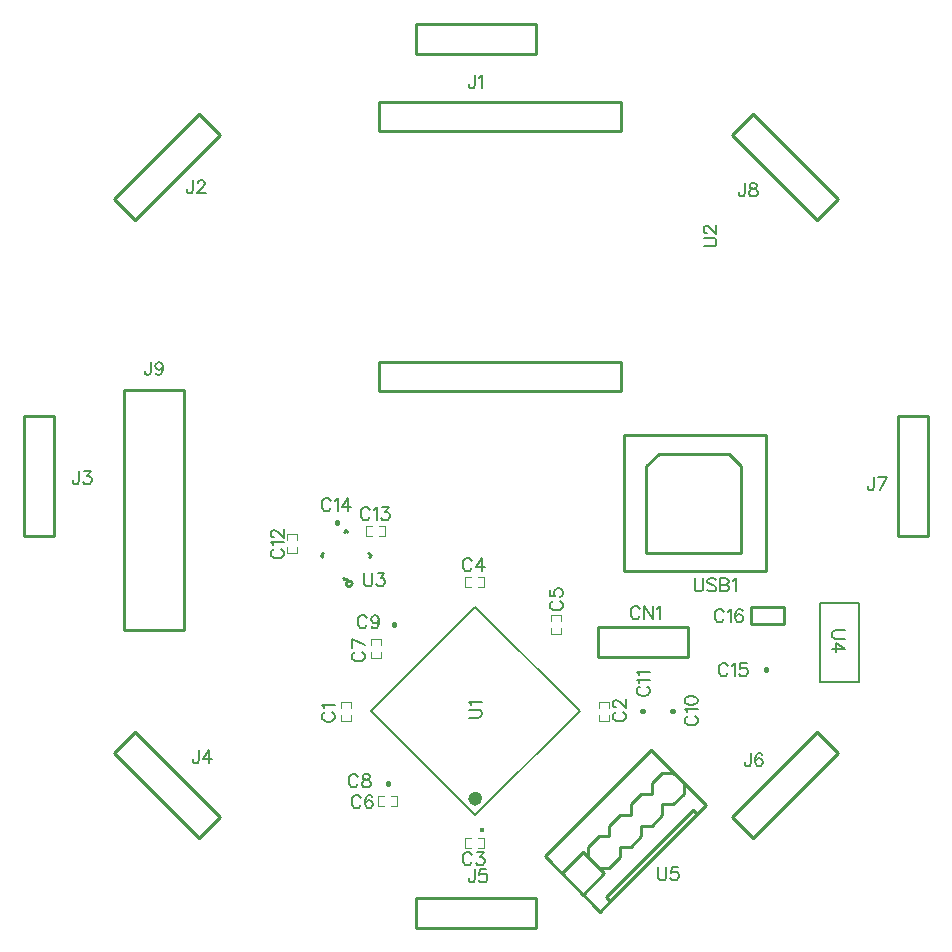
<source format=gto>
G04 ---------------------------- Layer name :TOP SILK LAYER*
G04 easyEDA 0.1*
G04 Scale: 100 percent, Rotated: No, Reflected: No *
G04 Dimensions in inches *
G04 leading zeros omitted , absolute positions ,2 integer and 4 * 
%FSLAX24Y24*%
%MOIN*%
G90*
G70D02*

%ADD10C,0.010000*%
%ADD11C,0.004000*%
%ADD12C,0.016000*%
%ADD13C,0.007900*%
%ADD14C,0.009000*%
%ADD15C,0.023600*%
%ADD16C,0.009800*%
%ADD17C,0.007000*%

%LPD*%
G54D10*
G01X-587850Y681684D02*
G01X-587765Y681600D01*
G01X-587822Y681543D01*
G01X-588543Y682377D02*
G01X-588600Y682434D01*
G01X-588656Y682377D01*
G01X-589349Y681684D02*
G01X-589434Y681600D01*
G01X-589377Y681543D01*
G01X-588685Y680850D02*
G01X-588656Y680822D01*
G01X-588543Y680822D01*
G01X-580522Y671530D02*
G01X-580522Y671884D01*
G01X-580169Y672237D01*
G01X-579815Y672237D01*
G01X-579815Y672591D01*
G01X-579462Y672944D01*
G01X-579108Y672944D01*
G01X-579108Y673298D01*
G01X-578755Y673652D01*
G01X-578401Y673652D01*
G01X-578401Y674005D01*
G01X-578047Y674359D01*
G01X-577694Y674359D01*
G01X-577340Y674005D01*
G01X-577340Y673652D01*
G01X-577694Y673298D01*
G01X-578047Y673298D01*
G01X-578047Y672944D01*
G01X-578401Y672591D01*
G01X-578755Y672591D01*
G01X-578755Y672237D01*
G01X-579108Y671884D01*
G01X-579462Y671884D01*
G01X-579462Y671530D01*
G01X-579815Y671177D01*
G01X-580169Y671177D01*
G01X-581406Y671000D02*
G01X-580699Y670293D01*
G01X-579992Y671000D01*
G01X-580699Y671707D01*
G01X-581406Y671000D01*
G01X-580133Y669727D02*
G01X-579780Y670081D01*
G01X-576881Y672980D01*
G01X-576598Y673263D01*
G01X-578436Y675101D01*
G01X-581972Y671566D01*
G01X-580133Y669727D01*
G01X-579780Y670081D02*
G01X-579921Y670222D01*
G01X-577022Y673121D01*
G01X-576881Y672980D01*
G01X-580200Y678200D02*
G01X-580200Y679200D01*
G01X-577200Y679200D01*
G01X-577200Y678200D01*
G01X-580200Y678200D01*
G01X-579430Y688060D02*
G01X-579430Y687080D01*
G01X-579430Y687080D02*
G01X-587500Y687080D01*
G01X-587500Y687080D02*
G01X-587500Y688060D01*
G01X-579430Y688060D02*
G01X-587500Y688060D01*
G01X-579430Y695740D02*
G01X-579430Y696720D01*
G01X-579430Y696720D02*
G01X-587500Y696720D01*
G01X-587500Y696720D02*
G01X-587500Y695740D01*
G01X-579430Y695740D02*
G01X-587500Y695740D01*
G54D11*
G01X-590570Y681890D02*
G01X-590570Y681680D01*
G01X-590230Y681680D01*
G01X-590230Y681890D01*
G01X-590230Y681890D01*
G01X-590230Y682110D02*
G01X-590230Y682320D01*
G01X-590570Y682320D01*
G01X-590570Y682110D01*
G01X-590570Y682110D01*
G01X-587710Y682570D02*
G01X-587920Y682570D01*
G01X-587920Y682230D01*
G01X-587710Y682230D01*
G01X-587710Y682230D01*
G01X-587490Y682230D02*
G01X-587280Y682230D01*
G01X-587280Y682570D01*
G01X-587490Y682570D01*
G01X-587490Y682570D01*
G54D12*
G01X-588900Y682710D02*
G01X-588900Y682690D01*
G54D13*
G01X-572781Y677374D02*
G01X-572781Y680012D01*
G01X-571502Y680012D01*
G01X-571502Y677374D01*
G01X-572781Y677374D01*
G54D12*
G01X-574600Y677810D02*
G01X-574600Y677790D01*
G54D14*
G01X-575095Y679875D02*
G01X-573992Y679875D01*
G01X-573992Y679324D01*
G01X-575095Y679324D01*
G01X-575095Y679875D01*
G54D11*
G01X-588430Y676510D02*
G01X-588430Y676720D01*
G01X-588770Y676720D01*
G01X-588770Y676510D01*
G01X-588770Y676510D01*
G01X-588770Y676290D02*
G01X-588770Y676080D01*
G01X-588430Y676080D01*
G01X-588430Y676290D01*
G01X-588430Y676290D01*
G01X-579830Y676510D02*
G01X-579830Y676720D01*
G01X-580170Y676720D01*
G01X-580170Y676510D01*
G01X-580170Y676510D01*
G01X-580170Y676290D02*
G01X-580170Y676080D01*
G01X-579830Y676080D01*
G01X-579830Y676290D01*
G01X-579830Y676290D01*
G01X-584410Y672170D02*
G01X-584620Y672170D01*
G01X-584620Y671830D01*
G01X-584410Y671830D01*
G01X-584410Y671830D01*
G01X-584190Y671830D02*
G01X-583980Y671830D01*
G01X-583980Y672170D01*
G01X-584190Y672170D01*
G01X-584190Y672170D01*
G01X-584190Y680530D02*
G01X-583980Y680530D01*
G01X-583980Y680870D01*
G01X-584190Y680870D01*
G01X-584190Y680870D01*
G01X-584410Y680870D02*
G01X-584620Y680870D01*
G01X-584620Y680530D01*
G01X-584410Y680530D01*
G01X-584410Y680530D01*
G01X-581430Y679410D02*
G01X-581430Y679620D01*
G01X-581770Y679620D01*
G01X-581770Y679410D01*
G01X-581770Y679410D01*
G01X-581770Y679190D02*
G01X-581770Y678980D01*
G01X-581430Y678980D01*
G01X-581430Y679190D01*
G01X-581430Y679190D01*
G01X-587310Y673570D02*
G01X-587520Y673570D01*
G01X-587520Y673230D01*
G01X-587310Y673230D01*
G01X-587310Y673230D01*
G01X-587090Y673230D02*
G01X-586880Y673230D01*
G01X-586880Y673570D01*
G01X-587090Y673570D01*
G01X-587090Y673570D01*
G01X-587770Y678390D02*
G01X-587770Y678180D01*
G01X-587430Y678180D01*
G01X-587430Y678390D01*
G01X-587430Y678390D01*
G01X-587430Y678610D02*
G01X-587430Y678820D01*
G01X-587770Y678820D01*
G01X-587770Y678610D01*
G01X-587770Y678610D01*
G54D12*
G01X-587200Y673990D02*
G01X-587200Y674010D01*
G01X-587000Y679310D02*
G01X-587000Y679290D01*
G01X-577710Y676400D02*
G01X-577690Y676400D01*
G01X-578710Y676400D02*
G01X-578690Y676400D01*
G54D10*
G01X-596000Y687099D02*
G01X-594000Y687099D01*
G01X-594000Y679099D01*
G01X-596000Y679099D01*
G01X-596000Y687099D01*
G54D13*
G01X-587768Y676414D02*
G01X-584287Y679894D01*
G01X-580807Y676414D01*
G01X-584287Y672933D01*
G01X-584287Y672933D02*
G01X-587768Y676414D01*
G54D10*
G01X-578590Y681685D02*
G01X-578590Y684575D01*
G01X-578170Y684995D01*
G01X-575820Y684995D01*
G01X-575410Y684585D01*
G01X-575410Y681685D01*
G01X-578590Y681685D01*
G01X-579340Y681085D02*
G01X-574599Y681085D01*
G01X-574599Y685607D01*
G01X-579340Y685607D01*
G01X-579340Y681085D01*
G01X-586252Y698319D02*
G01X-586252Y699319D01*
G01X-582252Y699319D01*
G01X-582252Y698319D01*
G01X-586252Y698319D01*
G01X-595612Y692782D02*
G01X-596319Y693490D01*
G01X-593490Y696318D01*
G01X-592783Y695611D01*
G01X-595612Y692782D01*
G01X-598319Y682252D02*
G01X-599319Y682252D01*
G01X-599319Y686252D01*
G01X-598319Y686252D01*
G01X-598319Y682252D01*
G01X-592782Y672892D02*
G01X-593490Y672184D01*
G01X-596318Y675013D01*
G01X-595611Y675720D01*
G01X-592782Y672892D01*
G01X-582252Y670185D02*
G01X-582252Y669185D01*
G01X-586252Y669185D01*
G01X-586252Y670185D01*
G01X-582252Y670185D01*
G01X-572891Y675720D02*
G01X-572184Y675013D01*
G01X-575013Y672185D01*
G01X-575720Y672892D01*
G01X-572891Y675720D01*
G01X-570185Y686252D02*
G01X-569185Y686252D01*
G01X-569185Y682252D01*
G01X-570185Y682252D01*
G01X-570185Y686252D01*
G01X-575721Y695612D02*
G01X-575014Y696319D01*
G01X-572185Y693490D01*
G01X-572892Y692783D01*
G01X-575721Y695612D01*
G54D17*
G01X-588000Y680999D02*
G01X-588000Y680693D01*
G01X-587980Y680631D01*
G01X-587939Y680590D01*
G01X-587877Y680570D01*
G01X-587836Y680570D01*
G01X-587775Y680590D01*
G01X-587734Y680631D01*
G01X-587714Y680693D01*
G01X-587714Y680999D01*
G01X-587538Y680999D02*
G01X-587313Y680999D01*
G01X-587435Y680836D01*
G01X-587374Y680836D01*
G01X-587333Y680815D01*
G01X-587313Y680795D01*
G01X-587292Y680734D01*
G01X-587292Y680693D01*
G01X-587313Y680631D01*
G01X-587354Y680590D01*
G01X-587415Y680570D01*
G01X-587476Y680570D01*
G01X-587538Y680590D01*
G01X-587558Y680611D01*
G01X-587579Y680652D01*
G01X-578199Y671200D02*
G01X-578199Y670894D01*
G01X-578179Y670832D01*
G01X-578138Y670791D01*
G01X-578076Y670771D01*
G01X-578035Y670771D01*
G01X-577974Y670791D01*
G01X-577933Y670832D01*
G01X-577913Y670894D01*
G01X-577913Y671200D01*
G01X-577532Y671200D02*
G01X-577737Y671200D01*
G01X-577757Y671016D01*
G01X-577737Y671037D01*
G01X-577675Y671057D01*
G01X-577614Y671057D01*
G01X-577553Y671037D01*
G01X-577512Y670996D01*
G01X-577491Y670935D01*
G01X-577491Y670894D01*
G01X-577512Y670832D01*
G01X-577553Y670791D01*
G01X-577614Y670771D01*
G01X-577675Y670771D01*
G01X-577737Y670791D01*
G01X-577757Y670812D01*
G01X-577778Y670853D01*
G01X-578793Y679798D02*
G01X-578814Y679839D01*
G01X-578855Y679880D01*
G01X-578895Y679900D01*
G01X-578977Y679900D01*
G01X-579018Y679880D01*
G01X-579059Y679839D01*
G01X-579080Y679798D01*
G01X-579100Y679737D01*
G01X-579100Y679635D01*
G01X-579080Y679573D01*
G01X-579059Y679532D01*
G01X-579018Y679491D01*
G01X-578977Y679471D01*
G01X-578895Y679471D01*
G01X-578855Y679491D01*
G01X-578814Y679532D01*
G01X-578793Y679573D01*
G01X-578658Y679900D02*
G01X-578658Y679471D01*
G01X-578658Y679900D02*
G01X-578372Y679471D01*
G01X-578372Y679900D02*
G01X-578372Y679471D01*
G01X-578237Y679819D02*
G01X-578196Y679839D01*
G01X-578135Y679900D01*
G01X-578135Y679471D01*
G01X-576674Y691900D02*
G01X-576368Y691900D01*
G01X-576306Y691920D01*
G01X-576265Y691961D01*
G01X-576245Y692023D01*
G01X-576245Y692064D01*
G01X-576265Y692125D01*
G01X-576306Y692166D01*
G01X-576368Y692186D01*
G01X-576674Y692186D01*
G01X-576572Y692342D02*
G01X-576593Y692342D01*
G01X-576634Y692362D01*
G01X-576654Y692383D01*
G01X-576674Y692424D01*
G01X-576674Y692505D01*
G01X-576654Y692546D01*
G01X-576634Y692567D01*
G01X-576593Y692587D01*
G01X-576552Y692587D01*
G01X-576511Y692567D01*
G01X-576449Y692526D01*
G01X-576245Y692321D01*
G01X-576245Y692608D01*
G01X-590997Y681807D02*
G01X-591038Y681786D01*
G01X-591079Y681745D01*
G01X-591099Y681705D01*
G01X-591099Y681623D01*
G01X-591079Y681582D01*
G01X-591038Y681541D01*
G01X-590997Y681520D01*
G01X-590936Y681500D01*
G01X-590834Y681500D01*
G01X-590772Y681520D01*
G01X-590731Y681541D01*
G01X-590690Y681582D01*
G01X-590670Y681623D01*
G01X-590670Y681705D01*
G01X-590690Y681745D01*
G01X-590731Y681786D01*
G01X-590772Y681807D01*
G01X-591018Y681942D02*
G01X-591038Y681983D01*
G01X-591099Y682044D01*
G01X-590670Y682044D01*
G01X-590997Y682200D02*
G01X-591018Y682200D01*
G01X-591059Y682220D01*
G01X-591079Y682240D01*
G01X-591099Y682281D01*
G01X-591099Y682363D01*
G01X-591079Y682404D01*
G01X-591059Y682425D01*
G01X-591018Y682445D01*
G01X-590977Y682445D01*
G01X-590936Y682425D01*
G01X-590874Y682384D01*
G01X-590670Y682179D01*
G01X-590670Y682465D01*
G01X-587793Y683098D02*
G01X-587814Y683139D01*
G01X-587855Y683180D01*
G01X-587895Y683200D01*
G01X-587977Y683200D01*
G01X-588018Y683180D01*
G01X-588059Y683139D01*
G01X-588080Y683098D01*
G01X-588100Y683037D01*
G01X-588100Y682935D01*
G01X-588080Y682873D01*
G01X-588059Y682832D01*
G01X-588018Y682791D01*
G01X-587977Y682771D01*
G01X-587895Y682771D01*
G01X-587855Y682791D01*
G01X-587814Y682832D01*
G01X-587793Y682873D01*
G01X-587658Y683119D02*
G01X-587617Y683139D01*
G01X-587556Y683200D01*
G01X-587556Y682771D01*
G01X-587380Y683200D02*
G01X-587155Y683200D01*
G01X-587278Y683037D01*
G01X-587216Y683037D01*
G01X-587175Y683016D01*
G01X-587155Y682996D01*
G01X-587135Y682935D01*
G01X-587135Y682894D01*
G01X-587155Y682832D01*
G01X-587196Y682791D01*
G01X-587257Y682771D01*
G01X-587319Y682771D01*
G01X-587380Y682791D01*
G01X-587400Y682812D01*
G01X-587421Y682853D01*
G01X-589093Y683398D02*
G01X-589114Y683439D01*
G01X-589155Y683480D01*
G01X-589195Y683500D01*
G01X-589277Y683500D01*
G01X-589318Y683480D01*
G01X-589359Y683439D01*
G01X-589380Y683398D01*
G01X-589400Y683337D01*
G01X-589400Y683235D01*
G01X-589380Y683173D01*
G01X-589359Y683132D01*
G01X-589318Y683091D01*
G01X-589277Y683071D01*
G01X-589195Y683071D01*
G01X-589155Y683091D01*
G01X-589114Y683132D01*
G01X-589093Y683173D01*
G01X-588958Y683419D02*
G01X-588917Y683439D01*
G01X-588856Y683500D01*
G01X-588856Y683071D01*
G01X-588516Y683500D02*
G01X-588721Y683214D01*
G01X-588414Y683214D01*
G01X-588516Y683500D02*
G01X-588516Y683071D01*
G01X-571971Y679100D02*
G01X-572277Y679100D01*
G01X-572339Y679080D01*
G01X-572380Y679039D01*
G01X-572400Y678977D01*
G01X-572400Y678936D01*
G01X-572380Y678875D01*
G01X-572339Y678834D01*
G01X-572277Y678814D01*
G01X-571971Y678814D01*
G01X-571971Y678474D02*
G01X-572257Y678679D01*
G01X-572257Y678371D01*
G01X-571971Y678474D02*
G01X-572400Y678474D01*
G01X-575857Y677898D02*
G01X-575878Y677939D01*
G01X-575919Y677980D01*
G01X-575959Y678000D01*
G01X-576041Y678000D01*
G01X-576082Y677980D01*
G01X-576123Y677939D01*
G01X-576144Y677898D01*
G01X-576164Y677837D01*
G01X-576164Y677735D01*
G01X-576144Y677673D01*
G01X-576123Y677632D01*
G01X-576082Y677591D01*
G01X-576041Y677571D01*
G01X-575959Y677571D01*
G01X-575919Y677591D01*
G01X-575878Y677632D01*
G01X-575857Y677673D01*
G01X-575722Y677919D02*
G01X-575681Y677939D01*
G01X-575620Y678000D01*
G01X-575620Y677571D01*
G01X-575239Y678000D02*
G01X-575444Y678000D01*
G01X-575464Y677816D01*
G01X-575444Y677837D01*
G01X-575383Y677857D01*
G01X-575321Y677857D01*
G01X-575260Y677837D01*
G01X-575219Y677796D01*
G01X-575199Y677735D01*
G01X-575199Y677694D01*
G01X-575219Y677632D01*
G01X-575260Y677591D01*
G01X-575321Y677571D01*
G01X-575383Y677571D01*
G01X-575444Y677591D01*
G01X-575464Y677612D01*
G01X-575485Y677653D01*
G01X-575992Y679698D02*
G01X-576013Y679739D01*
G01X-576054Y679780D01*
G01X-576095Y679800D01*
G01X-576176Y679800D01*
G01X-576217Y679780D01*
G01X-576258Y679739D01*
G01X-576279Y679698D01*
G01X-576299Y679636D01*
G01X-576299Y679534D01*
G01X-576279Y679473D01*
G01X-576258Y679432D01*
G01X-576217Y679391D01*
G01X-576176Y679371D01*
G01X-576095Y679371D01*
G01X-576054Y679391D01*
G01X-576013Y679432D01*
G01X-575992Y679473D01*
G01X-575857Y679718D02*
G01X-575816Y679739D01*
G01X-575755Y679800D01*
G01X-575755Y679371D01*
G01X-575375Y679739D02*
G01X-575395Y679780D01*
G01X-575456Y679800D01*
G01X-575497Y679800D01*
G01X-575559Y679780D01*
G01X-575600Y679718D01*
G01X-575620Y679616D01*
G01X-575620Y679514D01*
G01X-575600Y679432D01*
G01X-575559Y679391D01*
G01X-575497Y679371D01*
G01X-575477Y679371D01*
G01X-575415Y679391D01*
G01X-575375Y679432D01*
G01X-575354Y679493D01*
G01X-575354Y679514D01*
G01X-575375Y679575D01*
G01X-575415Y679616D01*
G01X-575477Y679636D01*
G01X-575497Y679636D01*
G01X-575559Y679616D01*
G01X-575600Y679575D01*
G01X-575620Y679514D01*
G01X-589297Y676363D02*
G01X-589338Y676342D01*
G01X-589379Y676301D01*
G01X-589399Y676261D01*
G01X-589399Y676179D01*
G01X-589379Y676138D01*
G01X-589338Y676097D01*
G01X-589297Y676076D01*
G01X-589236Y676056D01*
G01X-589134Y676056D01*
G01X-589072Y676076D01*
G01X-589031Y676097D01*
G01X-588990Y676138D01*
G01X-588970Y676179D01*
G01X-588970Y676261D01*
G01X-588990Y676301D01*
G01X-589031Y676342D01*
G01X-589072Y676363D01*
G01X-589318Y676498D02*
G01X-589338Y676539D01*
G01X-589399Y676600D01*
G01X-588970Y676600D01*
G01X-579597Y676379D02*
G01X-579638Y676358D01*
G01X-579679Y676317D01*
G01X-579699Y676277D01*
G01X-579699Y676195D01*
G01X-579679Y676154D01*
G01X-579638Y676113D01*
G01X-579597Y676092D01*
G01X-579536Y676071D01*
G01X-579434Y676071D01*
G01X-579372Y676092D01*
G01X-579331Y676113D01*
G01X-579290Y676154D01*
G01X-579270Y676195D01*
G01X-579270Y676277D01*
G01X-579290Y676317D01*
G01X-579331Y676358D01*
G01X-579372Y676379D01*
G01X-579597Y676534D02*
G01X-579618Y676534D01*
G01X-579659Y676555D01*
G01X-579679Y676575D01*
G01X-579699Y676616D01*
G01X-579699Y676698D01*
G01X-579679Y676739D01*
G01X-579659Y676759D01*
G01X-579618Y676780D01*
G01X-579577Y676780D01*
G01X-579536Y676759D01*
G01X-579474Y676718D01*
G01X-579270Y676514D01*
G01X-579270Y676800D01*
G01X-584393Y671597D02*
G01X-584414Y671638D01*
G01X-584455Y671679D01*
G01X-584495Y671699D01*
G01X-584577Y671699D01*
G01X-584618Y671679D01*
G01X-584659Y671638D01*
G01X-584680Y671597D01*
G01X-584700Y671536D01*
G01X-584700Y671434D01*
G01X-584680Y671372D01*
G01X-584659Y671331D01*
G01X-584618Y671290D01*
G01X-584577Y671270D01*
G01X-584495Y671270D01*
G01X-584455Y671290D01*
G01X-584414Y671331D01*
G01X-584393Y671372D01*
G01X-584217Y671699D02*
G01X-583992Y671699D01*
G01X-584115Y671536D01*
G01X-584054Y671536D01*
G01X-584013Y671515D01*
G01X-583992Y671495D01*
G01X-583972Y671434D01*
G01X-583972Y671393D01*
G01X-583992Y671331D01*
G01X-584033Y671290D01*
G01X-584095Y671270D01*
G01X-584156Y671270D01*
G01X-584217Y671290D01*
G01X-584238Y671311D01*
G01X-584258Y671352D01*
G01X-584393Y681398D02*
G01X-584414Y681439D01*
G01X-584455Y681480D01*
G01X-584495Y681500D01*
G01X-584577Y681500D01*
G01X-584618Y681480D01*
G01X-584659Y681439D01*
G01X-584680Y681398D01*
G01X-584700Y681337D01*
G01X-584700Y681235D01*
G01X-584680Y681173D01*
G01X-584659Y681132D01*
G01X-584618Y681091D01*
G01X-584577Y681071D01*
G01X-584495Y681071D01*
G01X-584455Y681091D01*
G01X-584414Y681132D01*
G01X-584393Y681173D01*
G01X-584054Y681500D02*
G01X-584258Y681214D01*
G01X-583951Y681214D01*
G01X-584054Y681500D02*
G01X-584054Y681071D01*
G01X-581697Y680079D02*
G01X-581738Y680058D01*
G01X-581779Y680017D01*
G01X-581799Y679977D01*
G01X-581799Y679895D01*
G01X-581779Y679854D01*
G01X-581738Y679813D01*
G01X-581697Y679792D01*
G01X-581636Y679771D01*
G01X-581534Y679771D01*
G01X-581472Y679792D01*
G01X-581431Y679813D01*
G01X-581390Y679854D01*
G01X-581370Y679895D01*
G01X-581370Y679977D01*
G01X-581390Y680017D01*
G01X-581431Y680058D01*
G01X-581472Y680079D01*
G01X-581799Y680459D02*
G01X-581799Y680255D01*
G01X-581615Y680234D01*
G01X-581636Y680255D01*
G01X-581656Y680316D01*
G01X-581656Y680377D01*
G01X-581636Y680439D01*
G01X-581595Y680480D01*
G01X-581534Y680500D01*
G01X-581493Y680500D01*
G01X-581431Y680480D01*
G01X-581390Y680439D01*
G01X-581370Y680377D01*
G01X-581370Y680316D01*
G01X-581390Y680255D01*
G01X-581411Y680234D01*
G01X-581452Y680214D01*
G01X-588093Y673497D02*
G01X-588114Y673538D01*
G01X-588155Y673579D01*
G01X-588195Y673599D01*
G01X-588277Y673599D01*
G01X-588318Y673579D01*
G01X-588359Y673538D01*
G01X-588380Y673497D01*
G01X-588400Y673436D01*
G01X-588400Y673334D01*
G01X-588380Y673272D01*
G01X-588359Y673231D01*
G01X-588318Y673190D01*
G01X-588277Y673170D01*
G01X-588195Y673170D01*
G01X-588155Y673190D01*
G01X-588114Y673231D01*
G01X-588093Y673272D01*
G01X-587713Y673538D02*
G01X-587733Y673579D01*
G01X-587795Y673599D01*
G01X-587835Y673599D01*
G01X-587897Y673579D01*
G01X-587938Y673518D01*
G01X-587958Y673415D01*
G01X-587958Y673313D01*
G01X-587938Y673231D01*
G01X-587897Y673190D01*
G01X-587835Y673170D01*
G01X-587815Y673170D01*
G01X-587754Y673190D01*
G01X-587713Y673231D01*
G01X-587692Y673293D01*
G01X-587692Y673313D01*
G01X-587713Y673374D01*
G01X-587754Y673415D01*
G01X-587815Y673436D01*
G01X-587835Y673436D01*
G01X-587897Y673415D01*
G01X-587938Y673374D01*
G01X-587958Y673313D01*
G01X-588297Y678379D02*
G01X-588338Y678358D01*
G01X-588379Y678317D01*
G01X-588399Y678277D01*
G01X-588399Y678195D01*
G01X-588379Y678154D01*
G01X-588338Y678113D01*
G01X-588297Y678092D01*
G01X-588236Y678071D01*
G01X-588134Y678071D01*
G01X-588072Y678092D01*
G01X-588031Y678113D01*
G01X-587990Y678154D01*
G01X-587970Y678195D01*
G01X-587970Y678277D01*
G01X-587990Y678317D01*
G01X-588031Y678358D01*
G01X-588072Y678379D01*
G01X-588399Y678800D02*
G01X-587970Y678596D01*
G01X-588399Y678514D02*
G01X-588399Y678800D01*
G01X-588193Y674198D02*
G01X-588214Y674239D01*
G01X-588255Y674280D01*
G01X-588295Y674300D01*
G01X-588377Y674300D01*
G01X-588418Y674280D01*
G01X-588459Y674239D01*
G01X-588480Y674198D01*
G01X-588500Y674137D01*
G01X-588500Y674035D01*
G01X-588480Y673973D01*
G01X-588459Y673932D01*
G01X-588418Y673891D01*
G01X-588377Y673871D01*
G01X-588295Y673871D01*
G01X-588255Y673891D01*
G01X-588214Y673932D01*
G01X-588193Y673973D01*
G01X-587956Y674300D02*
G01X-588017Y674280D01*
G01X-588038Y674239D01*
G01X-588038Y674198D01*
G01X-588017Y674157D01*
G01X-587976Y674137D01*
G01X-587895Y674116D01*
G01X-587833Y674096D01*
G01X-587792Y674055D01*
G01X-587772Y674014D01*
G01X-587772Y673953D01*
G01X-587792Y673912D01*
G01X-587813Y673891D01*
G01X-587874Y673871D01*
G01X-587956Y673871D01*
G01X-588017Y673891D01*
G01X-588038Y673912D01*
G01X-588058Y673953D01*
G01X-588058Y674014D01*
G01X-588038Y674055D01*
G01X-587997Y674096D01*
G01X-587935Y674116D01*
G01X-587854Y674137D01*
G01X-587813Y674157D01*
G01X-587792Y674198D01*
G01X-587792Y674239D01*
G01X-587813Y674280D01*
G01X-587874Y674300D01*
G01X-587956Y674300D01*
G01X-587893Y679498D02*
G01X-587914Y679539D01*
G01X-587955Y679580D01*
G01X-587995Y679600D01*
G01X-588077Y679600D01*
G01X-588118Y679580D01*
G01X-588159Y679539D01*
G01X-588180Y679498D01*
G01X-588200Y679437D01*
G01X-588200Y679335D01*
G01X-588180Y679273D01*
G01X-588159Y679232D01*
G01X-588118Y679191D01*
G01X-588077Y679171D01*
G01X-587995Y679171D01*
G01X-587955Y679191D01*
G01X-587914Y679232D01*
G01X-587893Y679273D01*
G01X-587492Y679457D02*
G01X-587513Y679396D01*
G01X-587554Y679355D01*
G01X-587615Y679335D01*
G01X-587635Y679335D01*
G01X-587697Y679355D01*
G01X-587738Y679396D01*
G01X-587758Y679457D01*
G01X-587758Y679478D01*
G01X-587738Y679539D01*
G01X-587697Y679580D01*
G01X-587635Y679600D01*
G01X-587615Y679600D01*
G01X-587554Y679580D01*
G01X-587513Y679539D01*
G01X-587492Y679457D01*
G01X-587492Y679355D01*
G01X-587513Y679253D01*
G01X-587554Y679191D01*
G01X-587615Y679171D01*
G01X-587656Y679171D01*
G01X-587717Y679191D01*
G01X-587738Y679232D01*
G01X-577198Y676242D02*
G01X-577239Y676221D01*
G01X-577280Y676180D01*
G01X-577300Y676140D01*
G01X-577300Y676058D01*
G01X-577280Y676017D01*
G01X-577239Y675976D01*
G01X-577198Y675955D01*
G01X-577137Y675935D01*
G01X-577035Y675935D01*
G01X-576973Y675955D01*
G01X-576932Y675976D01*
G01X-576891Y676017D01*
G01X-576871Y676058D01*
G01X-576871Y676140D01*
G01X-576891Y676180D01*
G01X-576932Y676221D01*
G01X-576973Y676242D01*
G01X-577219Y676377D02*
G01X-577239Y676418D01*
G01X-577300Y676479D01*
G01X-576871Y676479D01*
G01X-577300Y676737D02*
G01X-577280Y676675D01*
G01X-577219Y676635D01*
G01X-577116Y676614D01*
G01X-577055Y676614D01*
G01X-576953Y676635D01*
G01X-576891Y676675D01*
G01X-576871Y676737D01*
G01X-576871Y676778D01*
G01X-576891Y676839D01*
G01X-576953Y676880D01*
G01X-577055Y676900D01*
G01X-577116Y676900D01*
G01X-577219Y676880D01*
G01X-577280Y676839D01*
G01X-577300Y676778D01*
G01X-577300Y676737D01*
G01X-578798Y677225D02*
G01X-578839Y677204D01*
G01X-578880Y677163D01*
G01X-578900Y677123D01*
G01X-578900Y677041D01*
G01X-578880Y677000D01*
G01X-578839Y676959D01*
G01X-578798Y676938D01*
G01X-578737Y676918D01*
G01X-578635Y676918D01*
G01X-578573Y676938D01*
G01X-578532Y676959D01*
G01X-578491Y677000D01*
G01X-578471Y677041D01*
G01X-578471Y677123D01*
G01X-578491Y677163D01*
G01X-578532Y677204D01*
G01X-578573Y677225D01*
G01X-578819Y677360D02*
G01X-578839Y677401D01*
G01X-578900Y677462D01*
G01X-578471Y677462D01*
G01X-578819Y677597D02*
G01X-578839Y677638D01*
G01X-578900Y677699D01*
G01X-578471Y677699D01*
G01X-595095Y688044D02*
G01X-595095Y687717D01*
G01X-595116Y687656D01*
G01X-595136Y687635D01*
G01X-595177Y687615D01*
G01X-595218Y687615D01*
G01X-595259Y687635D01*
G01X-595280Y687656D01*
G01X-595300Y687717D01*
G01X-595300Y687758D01*
G01X-594695Y687901D02*
G01X-594715Y687840D01*
G01X-594756Y687799D01*
G01X-594817Y687779D01*
G01X-594838Y687779D01*
G01X-594899Y687799D01*
G01X-594940Y687840D01*
G01X-594960Y687901D01*
G01X-594960Y687922D01*
G01X-594940Y687983D01*
G01X-594899Y688024D01*
G01X-594838Y688044D01*
G01X-594817Y688044D01*
G01X-594756Y688024D01*
G01X-594715Y687983D01*
G01X-594695Y687901D01*
G01X-594695Y687799D01*
G01X-594715Y687697D01*
G01X-594756Y687635D01*
G01X-594817Y687615D01*
G01X-594858Y687615D01*
G01X-594920Y687635D01*
G01X-594940Y687676D01*
G01X-584500Y676176D02*
G01X-584193Y676176D01*
G01X-584132Y676196D01*
G01X-584091Y676237D01*
G01X-584070Y676299D01*
G01X-584070Y676340D01*
G01X-584091Y676401D01*
G01X-584132Y676442D01*
G01X-584193Y676462D01*
G01X-584500Y676462D01*
G01X-584418Y676596D02*
G01X-584439Y676638D01*
G01X-584500Y676700D01*
G01X-584070Y676700D01*
G01X-576970Y680830D02*
G01X-576970Y680523D01*
G01X-576950Y680462D01*
G01X-576909Y680421D01*
G01X-576847Y680401D01*
G01X-576806Y680401D01*
G01X-576745Y680421D01*
G01X-576704Y680462D01*
G01X-576684Y680523D01*
G01X-576684Y680830D01*
G01X-576262Y680769D02*
G01X-576303Y680810D01*
G01X-576365Y680830D01*
G01X-576446Y680830D01*
G01X-576508Y680810D01*
G01X-576549Y680769D01*
G01X-576549Y680728D01*
G01X-576528Y680687D01*
G01X-576508Y680667D01*
G01X-576467Y680646D01*
G01X-576344Y680605D01*
G01X-576303Y680585D01*
G01X-576283Y680564D01*
G01X-576262Y680523D01*
G01X-576262Y680462D01*
G01X-576303Y680421D01*
G01X-576365Y680401D01*
G01X-576446Y680401D01*
G01X-576508Y680421D01*
G01X-576549Y680462D01*
G01X-576127Y680830D02*
G01X-576127Y680401D01*
G01X-576127Y680830D02*
G01X-575943Y680830D01*
G01X-575882Y680810D01*
G01X-575861Y680789D01*
G01X-575841Y680748D01*
G01X-575841Y680708D01*
G01X-575861Y680667D01*
G01X-575882Y680646D01*
G01X-575943Y680626D01*
G01X-576127Y680626D02*
G01X-575943Y680626D01*
G01X-575882Y680605D01*
G01X-575861Y680585D01*
G01X-575841Y680544D01*
G01X-575841Y680483D01*
G01X-575861Y680442D01*
G01X-575882Y680421D01*
G01X-575943Y680401D01*
G01X-576127Y680401D01*
G01X-575706Y680748D02*
G01X-575665Y680769D01*
G01X-575604Y680830D01*
G01X-575604Y680401D01*
G01X-584295Y697600D02*
G01X-584295Y697273D01*
G01X-584316Y697212D01*
G01X-584336Y697191D01*
G01X-584377Y697171D01*
G01X-584418Y697171D01*
G01X-584459Y697191D01*
G01X-584480Y697212D01*
G01X-584500Y697273D01*
G01X-584500Y697314D01*
G01X-584160Y697519D02*
G01X-584120Y697539D01*
G01X-584058Y697600D01*
G01X-584058Y697171D01*
G01X-593695Y694099D02*
G01X-593695Y693772D01*
G01X-593716Y693711D01*
G01X-593736Y693690D01*
G01X-593777Y693670D01*
G01X-593818Y693670D01*
G01X-593859Y693690D01*
G01X-593880Y693711D01*
G01X-593900Y693772D01*
G01X-593900Y693813D01*
G01X-593540Y693997D02*
G01X-593540Y694018D01*
G01X-593520Y694059D01*
G01X-593499Y694079D01*
G01X-593458Y694099D01*
G01X-593376Y694099D01*
G01X-593335Y694079D01*
G01X-593315Y694059D01*
G01X-593295Y694018D01*
G01X-593295Y693977D01*
G01X-593315Y693936D01*
G01X-593356Y693874D01*
G01X-593560Y693670D01*
G01X-593274Y693670D01*
G01X-597495Y684400D02*
G01X-597495Y684073D01*
G01X-597516Y684012D01*
G01X-597536Y683991D01*
G01X-597577Y683971D01*
G01X-597618Y683971D01*
G01X-597659Y683991D01*
G01X-597680Y684012D01*
G01X-597700Y684073D01*
G01X-597700Y684114D01*
G01X-597320Y684400D02*
G01X-597095Y684400D01*
G01X-597217Y684237D01*
G01X-597156Y684237D01*
G01X-597115Y684216D01*
G01X-597095Y684196D01*
G01X-597074Y684135D01*
G01X-597074Y684094D01*
G01X-597095Y684032D01*
G01X-597135Y683991D01*
G01X-597196Y683971D01*
G01X-597258Y683971D01*
G01X-597320Y683991D01*
G01X-597340Y684012D01*
G01X-597360Y684053D01*
G01X-593495Y675100D02*
G01X-593495Y674773D01*
G01X-593516Y674712D01*
G01X-593536Y674691D01*
G01X-593577Y674671D01*
G01X-593618Y674671D01*
G01X-593659Y674691D01*
G01X-593680Y674712D01*
G01X-593700Y674773D01*
G01X-593700Y674814D01*
G01X-593156Y675100D02*
G01X-593360Y674814D01*
G01X-593054Y674814D01*
G01X-593156Y675100D02*
G01X-593156Y674671D01*
G01X-584297Y671133D02*
G01X-584297Y670806D01*
G01X-584318Y670745D01*
G01X-584338Y670724D01*
G01X-584379Y670704D01*
G01X-584420Y670704D01*
G01X-584461Y670724D01*
G01X-584482Y670745D01*
G01X-584502Y670806D01*
G01X-584502Y670847D01*
G01X-583917Y671133D02*
G01X-584122Y671133D01*
G01X-584142Y670949D01*
G01X-584122Y670970D01*
G01X-584060Y670990D01*
G01X-583999Y670990D01*
G01X-583937Y670970D01*
G01X-583897Y670929D01*
G01X-583876Y670868D01*
G01X-583876Y670827D01*
G01X-583897Y670765D01*
G01X-583937Y670724D01*
G01X-583999Y670704D01*
G01X-584060Y670704D01*
G01X-584122Y670724D01*
G01X-584142Y670745D01*
G01X-584162Y670786D01*
G01X-575095Y675000D02*
G01X-575095Y674673D01*
G01X-575116Y674612D01*
G01X-575136Y674591D01*
G01X-575177Y674571D01*
G01X-575218Y674571D01*
G01X-575259Y674591D01*
G01X-575280Y674612D01*
G01X-575300Y674673D01*
G01X-575300Y674714D01*
G01X-574715Y674939D02*
G01X-574735Y674980D01*
G01X-574797Y675000D01*
G01X-574838Y675000D01*
G01X-574899Y674980D01*
G01X-574940Y674919D01*
G01X-574960Y674816D01*
G01X-574960Y674714D01*
G01X-574940Y674632D01*
G01X-574899Y674591D01*
G01X-574838Y674571D01*
G01X-574817Y674571D01*
G01X-574756Y674591D01*
G01X-574715Y674632D01*
G01X-574695Y674694D01*
G01X-574695Y674714D01*
G01X-574715Y674775D01*
G01X-574756Y674816D01*
G01X-574817Y674837D01*
G01X-574838Y674837D01*
G01X-574899Y674816D01*
G01X-574940Y674775D01*
G01X-574960Y674714D01*
G01X-570994Y684200D02*
G01X-570994Y683873D01*
G01X-571015Y683812D01*
G01X-571035Y683791D01*
G01X-571076Y683771D01*
G01X-571117Y683771D01*
G01X-571158Y683791D01*
G01X-571179Y683812D01*
G01X-571199Y683873D01*
G01X-571199Y683914D01*
G01X-570573Y684200D02*
G01X-570778Y683771D01*
G01X-570859Y684200D02*
G01X-570573Y684200D01*
G01X-575295Y694000D02*
G01X-575295Y693673D01*
G01X-575316Y693612D01*
G01X-575336Y693591D01*
G01X-575377Y693571D01*
G01X-575418Y693571D01*
G01X-575459Y693591D01*
G01X-575480Y693612D01*
G01X-575500Y693673D01*
G01X-575500Y693714D01*
G01X-575058Y694000D02*
G01X-575120Y693980D01*
G01X-575140Y693939D01*
G01X-575140Y693898D01*
G01X-575120Y693857D01*
G01X-575079Y693837D01*
G01X-574997Y693816D01*
G01X-574935Y693796D01*
G01X-574895Y693755D01*
G01X-574874Y693714D01*
G01X-574874Y693653D01*
G01X-574895Y693612D01*
G01X-574915Y693591D01*
G01X-574976Y693571D01*
G01X-575058Y693571D01*
G01X-575120Y693591D01*
G01X-575140Y693612D01*
G01X-575160Y693653D01*
G01X-575160Y693714D01*
G01X-575140Y693755D01*
G01X-575099Y693796D01*
G01X-575038Y693816D01*
G01X-574956Y693837D01*
G01X-574915Y693857D01*
G01X-574895Y693898D01*
G01X-574895Y693939D01*
G01X-574915Y693980D01*
G01X-574976Y694000D01*
G01X-575058Y694000D01*
G54D15*
G75*
G01X-584371Y673574D02*
G03X-584369Y673575I84J-83D01*
G01*
G54D16*
G75*
G01X-584086Y672481D02*
G03X-584085Y672482I35J-34D01*
G01*
G54D10*
G75*
G01X-588387Y680652D02*
G03X-588387Y680652I-100J0D01*
G01*

M00*
M02*
</source>
